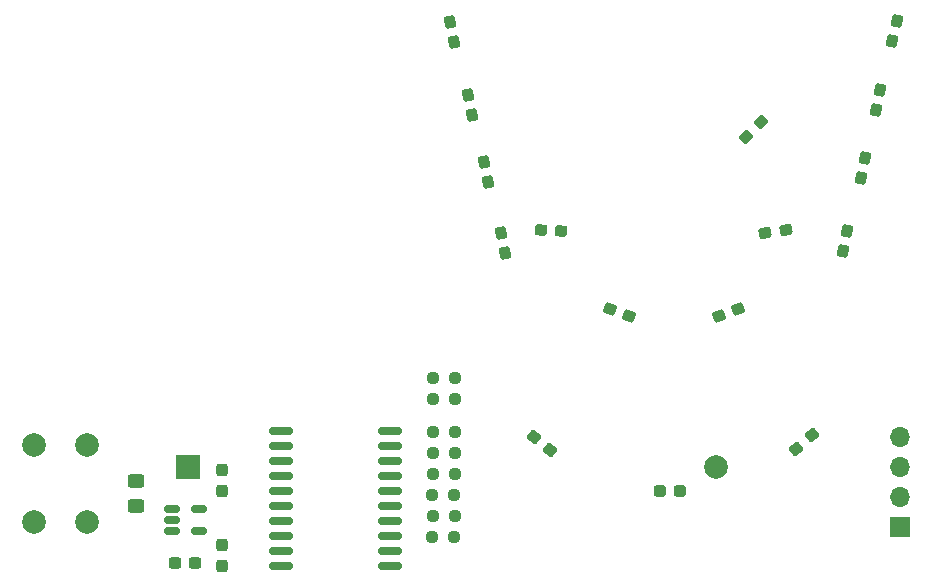
<source format=gbr>
%TF.GenerationSoftware,KiCad,Pcbnew,8.0.6*%
%TF.CreationDate,2024-12-16T19:53:59-05:00*%
%TF.ProjectId,nametag,6e616d65-7461-4672-9e6b-696361645f70,rev?*%
%TF.SameCoordinates,Original*%
%TF.FileFunction,Soldermask,Top*%
%TF.FilePolarity,Negative*%
%FSLAX46Y46*%
G04 Gerber Fmt 4.6, Leading zero omitted, Abs format (unit mm)*
G04 Created by KiCad (PCBNEW 8.0.6) date 2024-12-16 19:53:59*
%MOMM*%
%LPD*%
G01*
G04 APERTURE LIST*
G04 Aperture macros list*
%AMRoundRect*
0 Rectangle with rounded corners*
0 $1 Rounding radius*
0 $2 $3 $4 $5 $6 $7 $8 $9 X,Y pos of 4 corners*
0 Add a 4 corners polygon primitive as box body*
4,1,4,$2,$3,$4,$5,$6,$7,$8,$9,$2,$3,0*
0 Add four circle primitives for the rounded corners*
1,1,$1+$1,$2,$3*
1,1,$1+$1,$4,$5*
1,1,$1+$1,$6,$7*
1,1,$1+$1,$8,$9*
0 Add four rect primitives between the rounded corners*
20,1,$1+$1,$2,$3,$4,$5,0*
20,1,$1+$1,$4,$5,$6,$7,0*
20,1,$1+$1,$6,$7,$8,$9,0*
20,1,$1+$1,$8,$9,$2,$3,0*%
G04 Aperture macros list end*
%ADD10RoundRect,0.150000X0.875000X0.150000X-0.875000X0.150000X-0.875000X-0.150000X0.875000X-0.150000X0*%
%ADD11RoundRect,0.237500X0.172535X-0.330596X0.292085X0.231838X-0.172535X0.330596X-0.292085X-0.231838X0*%
%ADD12RoundRect,0.237500X-0.250000X-0.237500X0.250000X-0.237500X0.250000X0.237500X-0.250000X0.237500X0*%
%ADD13RoundRect,0.237500X0.351391X0.124846X-0.188932X0.321508X-0.351391X-0.124846X0.188932X-0.321508X0*%
%ADD14RoundRect,0.237500X0.292085X-0.231838X0.172535X0.330596X-0.292085X0.231838X-0.172535X-0.330596X0*%
%ADD15RoundRect,0.150000X-0.512500X-0.150000X0.512500X-0.150000X0.512500X0.150000X-0.512500X0.150000X0*%
%ADD16RoundRect,0.237500X0.237500X-0.300000X0.237500X0.300000X-0.237500X0.300000X-0.237500X-0.300000X0*%
%ADD17RoundRect,0.237500X0.035355X0.371231X-0.371231X-0.035355X-0.035355X-0.371231X0.371231X0.035355X0*%
%ADD18RoundRect,0.237500X-0.067576X-0.366737X0.372900X0.002866X0.067576X0.366737X-0.372900X-0.002866X0*%
%ADD19RoundRect,0.237500X0.300000X0.237500X-0.300000X0.237500X-0.300000X-0.237500X0.300000X-0.237500X0*%
%ADD20RoundRect,0.237500X-0.287500X-0.237500X0.287500X-0.237500X0.287500X0.237500X-0.287500X0.237500X0*%
%ADD21C,2.000000*%
%ADD22RoundRect,0.237500X0.307105X0.211539X-0.265706X0.261654X-0.307105X-0.211539X0.265706X-0.261654X0*%
%ADD23RoundRect,0.250000X-0.450000X0.325000X-0.450000X-0.325000X0.450000X-0.325000X0.450000X0.325000X0*%
%ADD24RoundRect,0.237500X-0.372900X0.002866X0.067576X-0.366737X0.372900X-0.002866X-0.067576X0.366737X0*%
%ADD25RoundRect,0.237500X0.241891X0.283816X-0.324374X0.183968X-0.241891X-0.283816X0.324374X-0.183968X0*%
%ADD26RoundRect,0.237500X-0.188932X-0.321508X0.351391X-0.124846X0.188932X0.321508X-0.351391X0.124846X0*%
%ADD27R,1.700000X1.700000*%
%ADD28O,1.700000X1.700000*%
%ADD29R,2.000000X2.000000*%
G04 APERTURE END LIST*
D10*
%TO.C,U2*%
X73865000Y-93345000D03*
X73865000Y-92075000D03*
X73865000Y-90805000D03*
X73865000Y-89535000D03*
X73865000Y-88265000D03*
X73865000Y-86995000D03*
X73865000Y-85725000D03*
X73865000Y-84455000D03*
X73865000Y-83185000D03*
X73865000Y-81915000D03*
X64565000Y-81915000D03*
X64565000Y-83185000D03*
X64565000Y-84455000D03*
X64565000Y-85725000D03*
X64565000Y-86995000D03*
X64565000Y-88265000D03*
X64565000Y-89535000D03*
X64565000Y-90805000D03*
X64565000Y-92075000D03*
X64565000Y-93345000D03*
%TD*%
D11*
%TO.C,D8*%
X112158154Y-66735758D03*
X112522000Y-65024000D03*
%TD*%
D12*
%TO.C,R5*%
X77470000Y-85598000D03*
X79295000Y-85598000D03*
%TD*%
D13*
%TO.C,D16*%
X94100462Y-72226536D03*
X92456000Y-71628000D03*
%TD*%
D14*
%TO.C,D1*%
X79256246Y-49022000D03*
X78892400Y-47310242D03*
%TD*%
D15*
%TO.C,U3*%
X55352100Y-88508800D03*
X55352100Y-89458800D03*
X55352100Y-90408800D03*
X57627100Y-90408800D03*
X57627100Y-88508800D03*
%TD*%
D16*
%TO.C,C2*%
X59570000Y-93345000D03*
X59570000Y-91620000D03*
%TD*%
D17*
%TO.C,D9*%
X105215918Y-55820082D03*
X103978482Y-57057518D03*
%TD*%
D11*
%TO.C,D7*%
X113682154Y-60512758D03*
X114046000Y-58801000D03*
%TD*%
D18*
%TO.C,D13*%
X108204000Y-83439000D03*
X109544578Y-82314122D03*
%TD*%
D19*
%TO.C,C1*%
X57352100Y-93116400D03*
X55627100Y-93116400D03*
%TD*%
D20*
%TO.C,D10*%
X96661000Y-86995000D03*
X98411000Y-86995000D03*
%TD*%
D11*
%TO.C,D6*%
X114952154Y-54797758D03*
X115316000Y-53086000D03*
%TD*%
%TO.C,D5*%
X116353277Y-48912679D03*
X116717123Y-47200921D03*
%TD*%
D12*
%TO.C,R8*%
X77470000Y-89154000D03*
X79295000Y-89154000D03*
%TD*%
D21*
%TO.C,SW1*%
X48188000Y-83162000D03*
X48188000Y-89662000D03*
X43688000Y-83162000D03*
X43688000Y-89662000D03*
%TD*%
D22*
%TO.C,D12*%
X88341550Y-65045338D03*
X86598208Y-64892816D03*
%TD*%
D14*
%TO.C,D3*%
X82151846Y-60893758D03*
X81788000Y-59182000D03*
%TD*%
%TO.C,D4*%
X83566000Y-66852800D03*
X83202154Y-65141042D03*
%TD*%
%TO.C,D2*%
X80772000Y-55178758D03*
X80408154Y-53467000D03*
%TD*%
D23*
%TO.C,L1*%
X52324000Y-86215000D03*
X52324000Y-88265000D03*
%TD*%
D12*
%TO.C,R6*%
X77470000Y-82042000D03*
X79295000Y-82042000D03*
%TD*%
D24*
%TO.C,D14*%
X86035422Y-82441122D03*
X87376000Y-83566000D03*
%TD*%
D12*
%TO.C,R7*%
X77423000Y-87376000D03*
X79248000Y-87376000D03*
%TD*%
D25*
%TO.C,D11*%
X107315000Y-64897000D03*
X105591586Y-65200884D03*
%TD*%
D26*
%TO.C,D15*%
X101680769Y-72181267D03*
X103325231Y-71582733D03*
%TD*%
D12*
%TO.C,R1*%
X77470000Y-77470000D03*
X79295000Y-77470000D03*
%TD*%
%TO.C,R2*%
X77470000Y-79248000D03*
X79295000Y-79248000D03*
%TD*%
%TO.C,R4*%
X77423000Y-90932000D03*
X79248000Y-90932000D03*
%TD*%
%TO.C,R3*%
X77470000Y-83820000D03*
X79295000Y-83820000D03*
%TD*%
D16*
%TO.C,C3*%
X59570000Y-86995000D03*
X59570000Y-85270000D03*
%TD*%
D27*
%TO.C,J1*%
X116967000Y-90043000D03*
D28*
X116967000Y-87503000D03*
X116967000Y-84963000D03*
X116967000Y-82423000D03*
%TD*%
D29*
%TO.C,BT1*%
X56700000Y-85000000D03*
D21*
X101400000Y-85000000D03*
%TD*%
M02*

</source>
